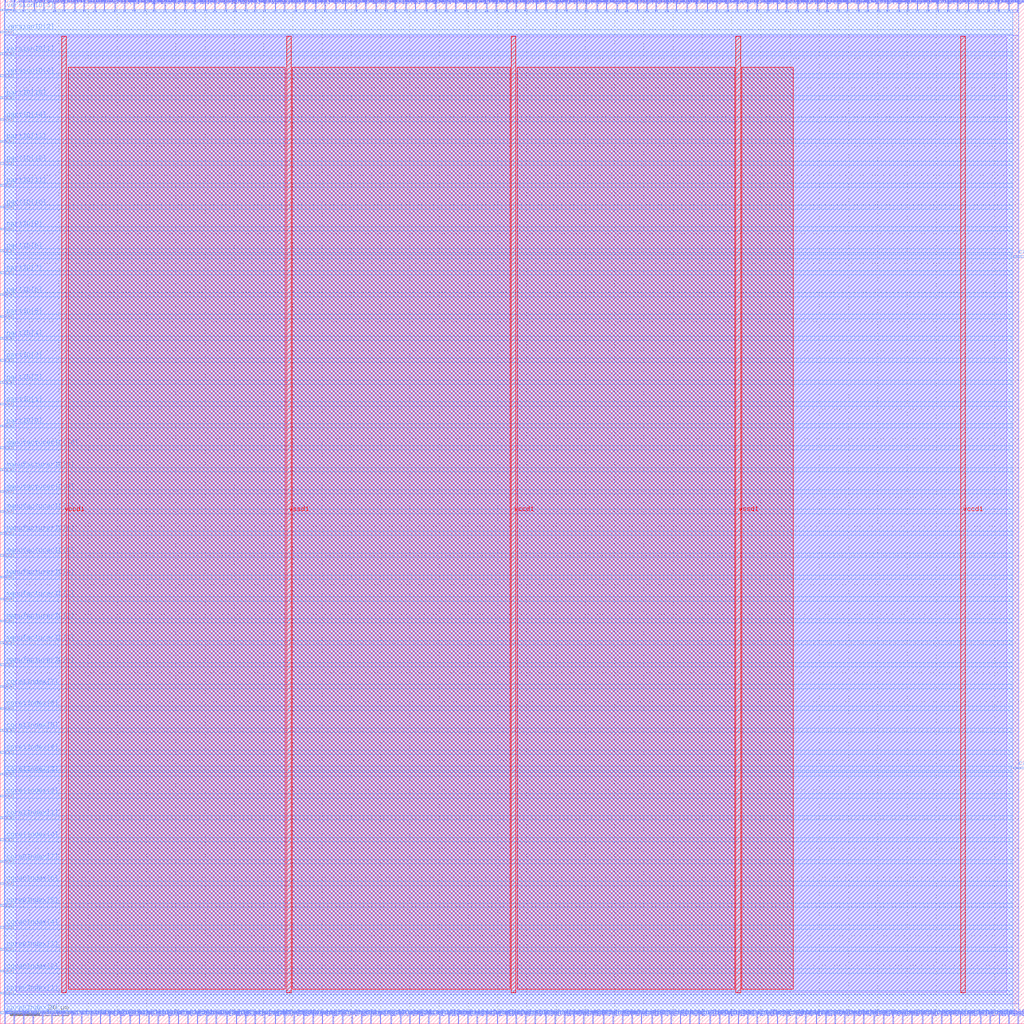
<source format=lef>
VERSION 5.7 ;
  NOWIREEXTENSIONATPIN ON ;
  DIVIDERCHAR "/" ;
  BUSBITCHARS "[]" ;
MACRO CaravelHost
  CLASS BLOCK ;
  FOREIGN CaravelHost ;
  ORIGIN 0.000 0.000 ;
  SIZE 350.000 BY 350.000 ;
  PIN caravel_uart_rx
    DIRECTION INPUT ;
    USE SIGNAL ;
    PORT
      LAYER met3 ;
        RECT 346.000 87.080 350.000 87.680 ;
    END
  END caravel_uart_rx
  PIN caravel_uart_tx
    DIRECTION OUTPUT TRISTATE ;
    USE SIGNAL ;
    PORT
      LAYER met3 ;
        RECT 346.000 261.840 350.000 262.440 ;
    END
  END caravel_uart_tx
  PIN caravel_wb_ack_i
    DIRECTION INPUT ;
    USE SIGNAL ;
    PORT
      LAYER met2 ;
        RECT 1.470 346.000 1.750 350.000 ;
    END
  END caravel_wb_ack_i
  PIN caravel_wb_adr_o[0]
    DIRECTION OUTPUT TRISTATE ;
    USE SIGNAL ;
    PORT
      LAYER met2 ;
        RECT 21.710 346.000 21.990 350.000 ;
    END
  END caravel_wb_adr_o[0]
  PIN caravel_wb_adr_o[10]
    DIRECTION OUTPUT TRISTATE ;
    USE SIGNAL ;
    PORT
      LAYER met2 ;
        RECT 138.550 346.000 138.830 350.000 ;
    END
  END caravel_wb_adr_o[10]
  PIN caravel_wb_adr_o[11]
    DIRECTION OUTPUT TRISTATE ;
    USE SIGNAL ;
    PORT
      LAYER met2 ;
        RECT 148.670 346.000 148.950 350.000 ;
    END
  END caravel_wb_adr_o[11]
  PIN caravel_wb_adr_o[12]
    DIRECTION OUTPUT TRISTATE ;
    USE SIGNAL ;
    PORT
      LAYER met2 ;
        RECT 159.250 346.000 159.530 350.000 ;
    END
  END caravel_wb_adr_o[12]
  PIN caravel_wb_adr_o[13]
    DIRECTION OUTPUT TRISTATE ;
    USE SIGNAL ;
    PORT
      LAYER met2 ;
        RECT 169.370 346.000 169.650 350.000 ;
    END
  END caravel_wb_adr_o[13]
  PIN caravel_wb_adr_o[14]
    DIRECTION OUTPUT TRISTATE ;
    USE SIGNAL ;
    PORT
      LAYER met2 ;
        RECT 179.490 346.000 179.770 350.000 ;
    END
  END caravel_wb_adr_o[14]
  PIN caravel_wb_adr_o[15]
    DIRECTION OUTPUT TRISTATE ;
    USE SIGNAL ;
    PORT
      LAYER met2 ;
        RECT 190.070 346.000 190.350 350.000 ;
    END
  END caravel_wb_adr_o[15]
  PIN caravel_wb_adr_o[16]
    DIRECTION OUTPUT TRISTATE ;
    USE SIGNAL ;
    PORT
      LAYER met2 ;
        RECT 200.190 346.000 200.470 350.000 ;
    END
  END caravel_wb_adr_o[16]
  PIN caravel_wb_adr_o[17]
    DIRECTION OUTPUT TRISTATE ;
    USE SIGNAL ;
    PORT
      LAYER met2 ;
        RECT 210.770 346.000 211.050 350.000 ;
    END
  END caravel_wb_adr_o[17]
  PIN caravel_wb_adr_o[18]
    DIRECTION OUTPUT TRISTATE ;
    USE SIGNAL ;
    PORT
      LAYER met2 ;
        RECT 220.890 346.000 221.170 350.000 ;
    END
  END caravel_wb_adr_o[18]
  PIN caravel_wb_adr_o[19]
    DIRECTION OUTPUT TRISTATE ;
    USE SIGNAL ;
    PORT
      LAYER met2 ;
        RECT 231.010 346.000 231.290 350.000 ;
    END
  END caravel_wb_adr_o[19]
  PIN caravel_wb_adr_o[1]
    DIRECTION OUTPUT TRISTATE ;
    USE SIGNAL ;
    PORT
      LAYER met2 ;
        RECT 35.510 346.000 35.790 350.000 ;
    END
  END caravel_wb_adr_o[1]
  PIN caravel_wb_adr_o[20]
    DIRECTION OUTPUT TRISTATE ;
    USE SIGNAL ;
    PORT
      LAYER met2 ;
        RECT 241.590 346.000 241.870 350.000 ;
    END
  END caravel_wb_adr_o[20]
  PIN caravel_wb_adr_o[21]
    DIRECTION OUTPUT TRISTATE ;
    USE SIGNAL ;
    PORT
      LAYER met2 ;
        RECT 251.710 346.000 251.990 350.000 ;
    END
  END caravel_wb_adr_o[21]
  PIN caravel_wb_adr_o[22]
    DIRECTION OUTPUT TRISTATE ;
    USE SIGNAL ;
    PORT
      LAYER met2 ;
        RECT 262.290 346.000 262.570 350.000 ;
    END
  END caravel_wb_adr_o[22]
  PIN caravel_wb_adr_o[23]
    DIRECTION OUTPUT TRISTATE ;
    USE SIGNAL ;
    PORT
      LAYER met2 ;
        RECT 272.410 346.000 272.690 350.000 ;
    END
  END caravel_wb_adr_o[23]
  PIN caravel_wb_adr_o[24]
    DIRECTION OUTPUT TRISTATE ;
    USE SIGNAL ;
    PORT
      LAYER met2 ;
        RECT 282.530 346.000 282.810 350.000 ;
    END
  END caravel_wb_adr_o[24]
  PIN caravel_wb_adr_o[25]
    DIRECTION OUTPUT TRISTATE ;
    USE SIGNAL ;
    PORT
      LAYER met2 ;
        RECT 293.110 346.000 293.390 350.000 ;
    END
  END caravel_wb_adr_o[25]
  PIN caravel_wb_adr_o[26]
    DIRECTION OUTPUT TRISTATE ;
    USE SIGNAL ;
    PORT
      LAYER met2 ;
        RECT 303.230 346.000 303.510 350.000 ;
    END
  END caravel_wb_adr_o[26]
  PIN caravel_wb_adr_o[27]
    DIRECTION OUTPUT TRISTATE ;
    USE SIGNAL ;
    PORT
      LAYER met2 ;
        RECT 313.350 346.000 313.630 350.000 ;
    END
  END caravel_wb_adr_o[27]
  PIN caravel_wb_adr_o[2]
    DIRECTION OUTPUT TRISTATE ;
    USE SIGNAL ;
    PORT
      LAYER met2 ;
        RECT 49.310 346.000 49.590 350.000 ;
    END
  END caravel_wb_adr_o[2]
  PIN caravel_wb_adr_o[3]
    DIRECTION OUTPUT TRISTATE ;
    USE SIGNAL ;
    PORT
      LAYER met2 ;
        RECT 63.110 346.000 63.390 350.000 ;
    END
  END caravel_wb_adr_o[3]
  PIN caravel_wb_adr_o[4]
    DIRECTION OUTPUT TRISTATE ;
    USE SIGNAL ;
    PORT
      LAYER met2 ;
        RECT 76.910 346.000 77.190 350.000 ;
    END
  END caravel_wb_adr_o[4]
  PIN caravel_wb_adr_o[5]
    DIRECTION OUTPUT TRISTATE ;
    USE SIGNAL ;
    PORT
      LAYER met2 ;
        RECT 87.030 346.000 87.310 350.000 ;
    END
  END caravel_wb_adr_o[5]
  PIN caravel_wb_adr_o[6]
    DIRECTION OUTPUT TRISTATE ;
    USE SIGNAL ;
    PORT
      LAYER met2 ;
        RECT 97.150 346.000 97.430 350.000 ;
    END
  END caravel_wb_adr_o[6]
  PIN caravel_wb_adr_o[7]
    DIRECTION OUTPUT TRISTATE ;
    USE SIGNAL ;
    PORT
      LAYER met2 ;
        RECT 107.730 346.000 108.010 350.000 ;
    END
  END caravel_wb_adr_o[7]
  PIN caravel_wb_adr_o[8]
    DIRECTION OUTPUT TRISTATE ;
    USE SIGNAL ;
    PORT
      LAYER met2 ;
        RECT 117.850 346.000 118.130 350.000 ;
    END
  END caravel_wb_adr_o[8]
  PIN caravel_wb_adr_o[9]
    DIRECTION OUTPUT TRISTATE ;
    USE SIGNAL ;
    PORT
      LAYER met2 ;
        RECT 128.430 346.000 128.710 350.000 ;
    END
  END caravel_wb_adr_o[9]
  PIN caravel_wb_cyc_o
    DIRECTION OUTPUT TRISTATE ;
    USE SIGNAL ;
    PORT
      LAYER met2 ;
        RECT 4.690 346.000 4.970 350.000 ;
    END
  END caravel_wb_cyc_o
  PIN caravel_wb_data_i[0]
    DIRECTION INPUT ;
    USE SIGNAL ;
    PORT
      LAYER met2 ;
        RECT 25.390 346.000 25.670 350.000 ;
    END
  END caravel_wb_data_i[0]
  PIN caravel_wb_data_i[10]
    DIRECTION INPUT ;
    USE SIGNAL ;
    PORT
      LAYER met2 ;
        RECT 141.770 346.000 142.050 350.000 ;
    END
  END caravel_wb_data_i[10]
  PIN caravel_wb_data_i[11]
    DIRECTION INPUT ;
    USE SIGNAL ;
    PORT
      LAYER met2 ;
        RECT 152.350 346.000 152.630 350.000 ;
    END
  END caravel_wb_data_i[11]
  PIN caravel_wb_data_i[12]
    DIRECTION INPUT ;
    USE SIGNAL ;
    PORT
      LAYER met2 ;
        RECT 162.470 346.000 162.750 350.000 ;
    END
  END caravel_wb_data_i[12]
  PIN caravel_wb_data_i[13]
    DIRECTION INPUT ;
    USE SIGNAL ;
    PORT
      LAYER met2 ;
        RECT 173.050 346.000 173.330 350.000 ;
    END
  END caravel_wb_data_i[13]
  PIN caravel_wb_data_i[14]
    DIRECTION INPUT ;
    USE SIGNAL ;
    PORT
      LAYER met2 ;
        RECT 183.170 346.000 183.450 350.000 ;
    END
  END caravel_wb_data_i[14]
  PIN caravel_wb_data_i[15]
    DIRECTION INPUT ;
    USE SIGNAL ;
    PORT
      LAYER met2 ;
        RECT 193.290 346.000 193.570 350.000 ;
    END
  END caravel_wb_data_i[15]
  PIN caravel_wb_data_i[16]
    DIRECTION INPUT ;
    USE SIGNAL ;
    PORT
      LAYER met2 ;
        RECT 203.870 346.000 204.150 350.000 ;
    END
  END caravel_wb_data_i[16]
  PIN caravel_wb_data_i[17]
    DIRECTION INPUT ;
    USE SIGNAL ;
    PORT
      LAYER met2 ;
        RECT 213.990 346.000 214.270 350.000 ;
    END
  END caravel_wb_data_i[17]
  PIN caravel_wb_data_i[18]
    DIRECTION INPUT ;
    USE SIGNAL ;
    PORT
      LAYER met2 ;
        RECT 224.110 346.000 224.390 350.000 ;
    END
  END caravel_wb_data_i[18]
  PIN caravel_wb_data_i[19]
    DIRECTION INPUT ;
    USE SIGNAL ;
    PORT
      LAYER met2 ;
        RECT 234.690 346.000 234.970 350.000 ;
    END
  END caravel_wb_data_i[19]
  PIN caravel_wb_data_i[1]
    DIRECTION INPUT ;
    USE SIGNAL ;
    PORT
      LAYER met2 ;
        RECT 39.190 346.000 39.470 350.000 ;
    END
  END caravel_wb_data_i[1]
  PIN caravel_wb_data_i[20]
    DIRECTION INPUT ;
    USE SIGNAL ;
    PORT
      LAYER met2 ;
        RECT 244.810 346.000 245.090 350.000 ;
    END
  END caravel_wb_data_i[20]
  PIN caravel_wb_data_i[21]
    DIRECTION INPUT ;
    USE SIGNAL ;
    PORT
      LAYER met2 ;
        RECT 255.390 346.000 255.670 350.000 ;
    END
  END caravel_wb_data_i[21]
  PIN caravel_wb_data_i[22]
    DIRECTION INPUT ;
    USE SIGNAL ;
    PORT
      LAYER met2 ;
        RECT 265.510 346.000 265.790 350.000 ;
    END
  END caravel_wb_data_i[22]
  PIN caravel_wb_data_i[23]
    DIRECTION INPUT ;
    USE SIGNAL ;
    PORT
      LAYER met2 ;
        RECT 275.630 346.000 275.910 350.000 ;
    END
  END caravel_wb_data_i[23]
  PIN caravel_wb_data_i[24]
    DIRECTION INPUT ;
    USE SIGNAL ;
    PORT
      LAYER met2 ;
        RECT 286.210 346.000 286.490 350.000 ;
    END
  END caravel_wb_data_i[24]
  PIN caravel_wb_data_i[25]
    DIRECTION INPUT ;
    USE SIGNAL ;
    PORT
      LAYER met2 ;
        RECT 296.330 346.000 296.610 350.000 ;
    END
  END caravel_wb_data_i[25]
  PIN caravel_wb_data_i[26]
    DIRECTION INPUT ;
    USE SIGNAL ;
    PORT
      LAYER met2 ;
        RECT 306.910 346.000 307.190 350.000 ;
    END
  END caravel_wb_data_i[26]
  PIN caravel_wb_data_i[27]
    DIRECTION INPUT ;
    USE SIGNAL ;
    PORT
      LAYER met2 ;
        RECT 317.030 346.000 317.310 350.000 ;
    END
  END caravel_wb_data_i[27]
  PIN caravel_wb_data_i[28]
    DIRECTION INPUT ;
    USE SIGNAL ;
    PORT
      LAYER met2 ;
        RECT 323.930 346.000 324.210 350.000 ;
    END
  END caravel_wb_data_i[28]
  PIN caravel_wb_data_i[29]
    DIRECTION INPUT ;
    USE SIGNAL ;
    PORT
      LAYER met2 ;
        RECT 330.830 346.000 331.110 350.000 ;
    END
  END caravel_wb_data_i[29]
  PIN caravel_wb_data_i[2]
    DIRECTION INPUT ;
    USE SIGNAL ;
    PORT
      LAYER met2 ;
        RECT 52.530 346.000 52.810 350.000 ;
    END
  END caravel_wb_data_i[2]
  PIN caravel_wb_data_i[30]
    DIRECTION INPUT ;
    USE SIGNAL ;
    PORT
      LAYER met2 ;
        RECT 337.730 346.000 338.010 350.000 ;
    END
  END caravel_wb_data_i[30]
  PIN caravel_wb_data_i[31]
    DIRECTION INPUT ;
    USE SIGNAL ;
    PORT
      LAYER met2 ;
        RECT 344.630 346.000 344.910 350.000 ;
    END
  END caravel_wb_data_i[31]
  PIN caravel_wb_data_i[3]
    DIRECTION INPUT ;
    USE SIGNAL ;
    PORT
      LAYER met2 ;
        RECT 66.330 346.000 66.610 350.000 ;
    END
  END caravel_wb_data_i[3]
  PIN caravel_wb_data_i[4]
    DIRECTION INPUT ;
    USE SIGNAL ;
    PORT
      LAYER met2 ;
        RECT 80.130 346.000 80.410 350.000 ;
    END
  END caravel_wb_data_i[4]
  PIN caravel_wb_data_i[5]
    DIRECTION INPUT ;
    USE SIGNAL ;
    PORT
      LAYER met2 ;
        RECT 90.250 346.000 90.530 350.000 ;
    END
  END caravel_wb_data_i[5]
  PIN caravel_wb_data_i[6]
    DIRECTION INPUT ;
    USE SIGNAL ;
    PORT
      LAYER met2 ;
        RECT 100.830 346.000 101.110 350.000 ;
    END
  END caravel_wb_data_i[6]
  PIN caravel_wb_data_i[7]
    DIRECTION INPUT ;
    USE SIGNAL ;
    PORT
      LAYER met2 ;
        RECT 110.950 346.000 111.230 350.000 ;
    END
  END caravel_wb_data_i[7]
  PIN caravel_wb_data_i[8]
    DIRECTION INPUT ;
    USE SIGNAL ;
    PORT
      LAYER met2 ;
        RECT 121.530 346.000 121.810 350.000 ;
    END
  END caravel_wb_data_i[8]
  PIN caravel_wb_data_i[9]
    DIRECTION INPUT ;
    USE SIGNAL ;
    PORT
      LAYER met2 ;
        RECT 131.650 346.000 131.930 350.000 ;
    END
  END caravel_wb_data_i[9]
  PIN caravel_wb_data_o[0]
    DIRECTION OUTPUT TRISTATE ;
    USE SIGNAL ;
    PORT
      LAYER met2 ;
        RECT 28.610 346.000 28.890 350.000 ;
    END
  END caravel_wb_data_o[0]
  PIN caravel_wb_data_o[10]
    DIRECTION OUTPUT TRISTATE ;
    USE SIGNAL ;
    PORT
      LAYER met2 ;
        RECT 145.450 346.000 145.730 350.000 ;
    END
  END caravel_wb_data_o[10]
  PIN caravel_wb_data_o[11]
    DIRECTION OUTPUT TRISTATE ;
    USE SIGNAL ;
    PORT
      LAYER met2 ;
        RECT 155.570 346.000 155.850 350.000 ;
    END
  END caravel_wb_data_o[11]
  PIN caravel_wb_data_o[12]
    DIRECTION OUTPUT TRISTATE ;
    USE SIGNAL ;
    PORT
      LAYER met2 ;
        RECT 166.150 346.000 166.430 350.000 ;
    END
  END caravel_wb_data_o[12]
  PIN caravel_wb_data_o[13]
    DIRECTION OUTPUT TRISTATE ;
    USE SIGNAL ;
    PORT
      LAYER met2 ;
        RECT 176.270 346.000 176.550 350.000 ;
    END
  END caravel_wb_data_o[13]
  PIN caravel_wb_data_o[14]
    DIRECTION OUTPUT TRISTATE ;
    USE SIGNAL ;
    PORT
      LAYER met2 ;
        RECT 186.390 346.000 186.670 350.000 ;
    END
  END caravel_wb_data_o[14]
  PIN caravel_wb_data_o[15]
    DIRECTION OUTPUT TRISTATE ;
    USE SIGNAL ;
    PORT
      LAYER met2 ;
        RECT 196.970 346.000 197.250 350.000 ;
    END
  END caravel_wb_data_o[15]
  PIN caravel_wb_data_o[16]
    DIRECTION OUTPUT TRISTATE ;
    USE SIGNAL ;
    PORT
      LAYER met2 ;
        RECT 207.090 346.000 207.370 350.000 ;
    END
  END caravel_wb_data_o[16]
  PIN caravel_wb_data_o[17]
    DIRECTION OUTPUT TRISTATE ;
    USE SIGNAL ;
    PORT
      LAYER met2 ;
        RECT 217.670 346.000 217.950 350.000 ;
    END
  END caravel_wb_data_o[17]
  PIN caravel_wb_data_o[18]
    DIRECTION OUTPUT TRISTATE ;
    USE SIGNAL ;
    PORT
      LAYER met2 ;
        RECT 227.790 346.000 228.070 350.000 ;
    END
  END caravel_wb_data_o[18]
  PIN caravel_wb_data_o[19]
    DIRECTION OUTPUT TRISTATE ;
    USE SIGNAL ;
    PORT
      LAYER met2 ;
        RECT 237.910 346.000 238.190 350.000 ;
    END
  END caravel_wb_data_o[19]
  PIN caravel_wb_data_o[1]
    DIRECTION OUTPUT TRISTATE ;
    USE SIGNAL ;
    PORT
      LAYER met2 ;
        RECT 42.410 346.000 42.690 350.000 ;
    END
  END caravel_wb_data_o[1]
  PIN caravel_wb_data_o[20]
    DIRECTION OUTPUT TRISTATE ;
    USE SIGNAL ;
    PORT
      LAYER met2 ;
        RECT 248.490 346.000 248.770 350.000 ;
    END
  END caravel_wb_data_o[20]
  PIN caravel_wb_data_o[21]
    DIRECTION OUTPUT TRISTATE ;
    USE SIGNAL ;
    PORT
      LAYER met2 ;
        RECT 258.610 346.000 258.890 350.000 ;
    END
  END caravel_wb_data_o[21]
  PIN caravel_wb_data_o[22]
    DIRECTION OUTPUT TRISTATE ;
    USE SIGNAL ;
    PORT
      LAYER met2 ;
        RECT 268.730 346.000 269.010 350.000 ;
    END
  END caravel_wb_data_o[22]
  PIN caravel_wb_data_o[23]
    DIRECTION OUTPUT TRISTATE ;
    USE SIGNAL ;
    PORT
      LAYER met2 ;
        RECT 279.310 346.000 279.590 350.000 ;
    END
  END caravel_wb_data_o[23]
  PIN caravel_wb_data_o[24]
    DIRECTION OUTPUT TRISTATE ;
    USE SIGNAL ;
    PORT
      LAYER met2 ;
        RECT 289.430 346.000 289.710 350.000 ;
    END
  END caravel_wb_data_o[24]
  PIN caravel_wb_data_o[25]
    DIRECTION OUTPUT TRISTATE ;
    USE SIGNAL ;
    PORT
      LAYER met2 ;
        RECT 300.010 346.000 300.290 350.000 ;
    END
  END caravel_wb_data_o[25]
  PIN caravel_wb_data_o[26]
    DIRECTION OUTPUT TRISTATE ;
    USE SIGNAL ;
    PORT
      LAYER met2 ;
        RECT 310.130 346.000 310.410 350.000 ;
    END
  END caravel_wb_data_o[26]
  PIN caravel_wb_data_o[27]
    DIRECTION OUTPUT TRISTATE ;
    USE SIGNAL ;
    PORT
      LAYER met2 ;
        RECT 320.250 346.000 320.530 350.000 ;
    END
  END caravel_wb_data_o[27]
  PIN caravel_wb_data_o[28]
    DIRECTION OUTPUT TRISTATE ;
    USE SIGNAL ;
    PORT
      LAYER met2 ;
        RECT 327.150 346.000 327.430 350.000 ;
    END
  END caravel_wb_data_o[28]
  PIN caravel_wb_data_o[29]
    DIRECTION OUTPUT TRISTATE ;
    USE SIGNAL ;
    PORT
      LAYER met2 ;
        RECT 334.050 346.000 334.330 350.000 ;
    END
  END caravel_wb_data_o[29]
  PIN caravel_wb_data_o[2]
    DIRECTION OUTPUT TRISTATE ;
    USE SIGNAL ;
    PORT
      LAYER met2 ;
        RECT 56.210 346.000 56.490 350.000 ;
    END
  END caravel_wb_data_o[2]
  PIN caravel_wb_data_o[30]
    DIRECTION OUTPUT TRISTATE ;
    USE SIGNAL ;
    PORT
      LAYER met2 ;
        RECT 340.950 346.000 341.230 350.000 ;
    END
  END caravel_wb_data_o[30]
  PIN caravel_wb_data_o[31]
    DIRECTION OUTPUT TRISTATE ;
    USE SIGNAL ;
    PORT
      LAYER met2 ;
        RECT 347.850 346.000 348.130 350.000 ;
    END
  END caravel_wb_data_o[31]
  PIN caravel_wb_data_o[3]
    DIRECTION OUTPUT TRISTATE ;
    USE SIGNAL ;
    PORT
      LAYER met2 ;
        RECT 70.010 346.000 70.290 350.000 ;
    END
  END caravel_wb_data_o[3]
  PIN caravel_wb_data_o[4]
    DIRECTION OUTPUT TRISTATE ;
    USE SIGNAL ;
    PORT
      LAYER met2 ;
        RECT 83.810 346.000 84.090 350.000 ;
    END
  END caravel_wb_data_o[4]
  PIN caravel_wb_data_o[5]
    DIRECTION OUTPUT TRISTATE ;
    USE SIGNAL ;
    PORT
      LAYER met2 ;
        RECT 93.930 346.000 94.210 350.000 ;
    END
  END caravel_wb_data_o[5]
  PIN caravel_wb_data_o[6]
    DIRECTION OUTPUT TRISTATE ;
    USE SIGNAL ;
    PORT
      LAYER met2 ;
        RECT 104.050 346.000 104.330 350.000 ;
    END
  END caravel_wb_data_o[6]
  PIN caravel_wb_data_o[7]
    DIRECTION OUTPUT TRISTATE ;
    USE SIGNAL ;
    PORT
      LAYER met2 ;
        RECT 114.630 346.000 114.910 350.000 ;
    END
  END caravel_wb_data_o[7]
  PIN caravel_wb_data_o[8]
    DIRECTION OUTPUT TRISTATE ;
    USE SIGNAL ;
    PORT
      LAYER met2 ;
        RECT 124.750 346.000 125.030 350.000 ;
    END
  END caravel_wb_data_o[8]
  PIN caravel_wb_data_o[9]
    DIRECTION OUTPUT TRISTATE ;
    USE SIGNAL ;
    PORT
      LAYER met2 ;
        RECT 134.870 346.000 135.150 350.000 ;
    END
  END caravel_wb_data_o[9]
  PIN caravel_wb_error_i
    DIRECTION INPUT ;
    USE SIGNAL ;
    PORT
      LAYER met2 ;
        RECT 7.910 346.000 8.190 350.000 ;
    END
  END caravel_wb_error_i
  PIN caravel_wb_sel_o[0]
    DIRECTION OUTPUT TRISTATE ;
    USE SIGNAL ;
    PORT
      LAYER met2 ;
        RECT 32.290 346.000 32.570 350.000 ;
    END
  END caravel_wb_sel_o[0]
  PIN caravel_wb_sel_o[1]
    DIRECTION OUTPUT TRISTATE ;
    USE SIGNAL ;
    PORT
      LAYER met2 ;
        RECT 45.630 346.000 45.910 350.000 ;
    END
  END caravel_wb_sel_o[1]
  PIN caravel_wb_sel_o[2]
    DIRECTION OUTPUT TRISTATE ;
    USE SIGNAL ;
    PORT
      LAYER met2 ;
        RECT 59.430 346.000 59.710 350.000 ;
    END
  END caravel_wb_sel_o[2]
  PIN caravel_wb_sel_o[3]
    DIRECTION OUTPUT TRISTATE ;
    USE SIGNAL ;
    PORT
      LAYER met2 ;
        RECT 73.230 346.000 73.510 350.000 ;
    END
  END caravel_wb_sel_o[3]
  PIN caravel_wb_stall_i
    DIRECTION INPUT ;
    USE SIGNAL ;
    PORT
      LAYER met2 ;
        RECT 11.590 346.000 11.870 350.000 ;
    END
  END caravel_wb_stall_i
  PIN caravel_wb_stb_o
    DIRECTION OUTPUT TRISTATE ;
    USE SIGNAL ;
    PORT
      LAYER met2 ;
        RECT 14.810 346.000 15.090 350.000 ;
    END
  END caravel_wb_stb_o
  PIN caravel_wb_we_o
    DIRECTION OUTPUT TRISTATE ;
    USE SIGNAL ;
    PORT
      LAYER met2 ;
        RECT 18.490 346.000 18.770 350.000 ;
    END
  END caravel_wb_we_o
  PIN core0Index[0]
    DIRECTION OUTPUT TRISTATE ;
    USE SIGNAL ;
    PORT
      LAYER met3 ;
        RECT 0.000 3.440 4.000 4.040 ;
    END
  END core0Index[0]
  PIN core0Index[1]
    DIRECTION OUTPUT TRISTATE ;
    USE SIGNAL ;
    PORT
      LAYER met3 ;
        RECT 0.000 10.240 4.000 10.840 ;
    END
  END core0Index[1]
  PIN core0Index[2]
    DIRECTION OUTPUT TRISTATE ;
    USE SIGNAL ;
    PORT
      LAYER met3 ;
        RECT 0.000 17.720 4.000 18.320 ;
    END
  END core0Index[2]
  PIN core0Index[3]
    DIRECTION OUTPUT TRISTATE ;
    USE SIGNAL ;
    PORT
      LAYER met3 ;
        RECT 0.000 25.200 4.000 25.800 ;
    END
  END core0Index[3]
  PIN core0Index[4]
    DIRECTION OUTPUT TRISTATE ;
    USE SIGNAL ;
    PORT
      LAYER met3 ;
        RECT 0.000 32.680 4.000 33.280 ;
    END
  END core0Index[4]
  PIN core0Index[5]
    DIRECTION OUTPUT TRISTATE ;
    USE SIGNAL ;
    PORT
      LAYER met3 ;
        RECT 0.000 40.160 4.000 40.760 ;
    END
  END core0Index[5]
  PIN core0Index[6]
    DIRECTION OUTPUT TRISTATE ;
    USE SIGNAL ;
    PORT
      LAYER met3 ;
        RECT 0.000 47.640 4.000 48.240 ;
    END
  END core0Index[6]
  PIN core0Index[7]
    DIRECTION OUTPUT TRISTATE ;
    USE SIGNAL ;
    PORT
      LAYER met3 ;
        RECT 0.000 55.120 4.000 55.720 ;
    END
  END core0Index[7]
  PIN core1Index[0]
    DIRECTION OUTPUT TRISTATE ;
    USE SIGNAL ;
    PORT
      LAYER met3 ;
        RECT 0.000 62.600 4.000 63.200 ;
    END
  END core1Index[0]
  PIN core1Index[1]
    DIRECTION OUTPUT TRISTATE ;
    USE SIGNAL ;
    PORT
      LAYER met3 ;
        RECT 0.000 70.080 4.000 70.680 ;
    END
  END core1Index[1]
  PIN core1Index[2]
    DIRECTION OUTPUT TRISTATE ;
    USE SIGNAL ;
    PORT
      LAYER met3 ;
        RECT 0.000 77.560 4.000 78.160 ;
    END
  END core1Index[2]
  PIN core1Index[3]
    DIRECTION OUTPUT TRISTATE ;
    USE SIGNAL ;
    PORT
      LAYER met3 ;
        RECT 0.000 85.040 4.000 85.640 ;
    END
  END core1Index[3]
  PIN core1Index[4]
    DIRECTION OUTPUT TRISTATE ;
    USE SIGNAL ;
    PORT
      LAYER met3 ;
        RECT 0.000 92.520 4.000 93.120 ;
    END
  END core1Index[4]
  PIN core1Index[5]
    DIRECTION OUTPUT TRISTATE ;
    USE SIGNAL ;
    PORT
      LAYER met3 ;
        RECT 0.000 100.000 4.000 100.600 ;
    END
  END core1Index[5]
  PIN core1Index[6]
    DIRECTION OUTPUT TRISTATE ;
    USE SIGNAL ;
    PORT
      LAYER met3 ;
        RECT 0.000 107.480 4.000 108.080 ;
    END
  END core1Index[6]
  PIN core1Index[7]
    DIRECTION OUTPUT TRISTATE ;
    USE SIGNAL ;
    PORT
      LAYER met3 ;
        RECT 0.000 114.960 4.000 115.560 ;
    END
  END core1Index[7]
  PIN manufacturerID[0]
    DIRECTION OUTPUT TRISTATE ;
    USE SIGNAL ;
    PORT
      LAYER met3 ;
        RECT 0.000 122.440 4.000 123.040 ;
    END
  END manufacturerID[0]
  PIN manufacturerID[10]
    DIRECTION OUTPUT TRISTATE ;
    USE SIGNAL ;
    PORT
      LAYER met3 ;
        RECT 0.000 196.560 4.000 197.160 ;
    END
  END manufacturerID[10]
  PIN manufacturerID[1]
    DIRECTION OUTPUT TRISTATE ;
    USE SIGNAL ;
    PORT
      LAYER met3 ;
        RECT 0.000 129.920 4.000 130.520 ;
    END
  END manufacturerID[1]
  PIN manufacturerID[2]
    DIRECTION OUTPUT TRISTATE ;
    USE SIGNAL ;
    PORT
      LAYER met3 ;
        RECT 0.000 137.400 4.000 138.000 ;
    END
  END manufacturerID[2]
  PIN manufacturerID[3]
    DIRECTION OUTPUT TRISTATE ;
    USE SIGNAL ;
    PORT
      LAYER met3 ;
        RECT 0.000 144.880 4.000 145.480 ;
    END
  END manufacturerID[3]
  PIN manufacturerID[4]
    DIRECTION OUTPUT TRISTATE ;
    USE SIGNAL ;
    PORT
      LAYER met3 ;
        RECT 0.000 152.360 4.000 152.960 ;
    END
  END manufacturerID[4]
  PIN manufacturerID[5]
    DIRECTION OUTPUT TRISTATE ;
    USE SIGNAL ;
    PORT
      LAYER met3 ;
        RECT 0.000 159.840 4.000 160.440 ;
    END
  END manufacturerID[5]
  PIN manufacturerID[6]
    DIRECTION OUTPUT TRISTATE ;
    USE SIGNAL ;
    PORT
      LAYER met3 ;
        RECT 0.000 167.320 4.000 167.920 ;
    END
  END manufacturerID[6]
  PIN manufacturerID[7]
    DIRECTION OUTPUT TRISTATE ;
    USE SIGNAL ;
    PORT
      LAYER met3 ;
        RECT 0.000 174.800 4.000 175.400 ;
    END
  END manufacturerID[7]
  PIN manufacturerID[8]
    DIRECTION OUTPUT TRISTATE ;
    USE SIGNAL ;
    PORT
      LAYER met3 ;
        RECT 0.000 181.600 4.000 182.200 ;
    END
  END manufacturerID[8]
  PIN manufacturerID[9]
    DIRECTION OUTPUT TRISTATE ;
    USE SIGNAL ;
    PORT
      LAYER met3 ;
        RECT 0.000 189.080 4.000 189.680 ;
    END
  END manufacturerID[9]
  PIN partID[0]
    DIRECTION OUTPUT TRISTATE ;
    USE SIGNAL ;
    PORT
      LAYER met3 ;
        RECT 0.000 204.040 4.000 204.640 ;
    END
  END partID[0]
  PIN partID[10]
    DIRECTION OUTPUT TRISTATE ;
    USE SIGNAL ;
    PORT
      LAYER met3 ;
        RECT 0.000 278.840 4.000 279.440 ;
    END
  END partID[10]
  PIN partID[11]
    DIRECTION OUTPUT TRISTATE ;
    USE SIGNAL ;
    PORT
      LAYER met3 ;
        RECT 0.000 286.320 4.000 286.920 ;
    END
  END partID[11]
  PIN partID[12]
    DIRECTION OUTPUT TRISTATE ;
    USE SIGNAL ;
    PORT
      LAYER met3 ;
        RECT 0.000 293.800 4.000 294.400 ;
    END
  END partID[12]
  PIN partID[13]
    DIRECTION OUTPUT TRISTATE ;
    USE SIGNAL ;
    PORT
      LAYER met3 ;
        RECT 0.000 301.280 4.000 301.880 ;
    END
  END partID[13]
  PIN partID[14]
    DIRECTION OUTPUT TRISTATE ;
    USE SIGNAL ;
    PORT
      LAYER met3 ;
        RECT 0.000 308.760 4.000 309.360 ;
    END
  END partID[14]
  PIN partID[15]
    DIRECTION OUTPUT TRISTATE ;
    USE SIGNAL ;
    PORT
      LAYER met3 ;
        RECT 0.000 316.240 4.000 316.840 ;
    END
  END partID[15]
  PIN partID[1]
    DIRECTION OUTPUT TRISTATE ;
    USE SIGNAL ;
    PORT
      LAYER met3 ;
        RECT 0.000 211.520 4.000 212.120 ;
    END
  END partID[1]
  PIN partID[2]
    DIRECTION OUTPUT TRISTATE ;
    USE SIGNAL ;
    PORT
      LAYER met3 ;
        RECT 0.000 219.000 4.000 219.600 ;
    END
  END partID[2]
  PIN partID[3]
    DIRECTION OUTPUT TRISTATE ;
    USE SIGNAL ;
    PORT
      LAYER met3 ;
        RECT 0.000 226.480 4.000 227.080 ;
    END
  END partID[3]
  PIN partID[4]
    DIRECTION OUTPUT TRISTATE ;
    USE SIGNAL ;
    PORT
      LAYER met3 ;
        RECT 0.000 233.960 4.000 234.560 ;
    END
  END partID[4]
  PIN partID[5]
    DIRECTION OUTPUT TRISTATE ;
    USE SIGNAL ;
    PORT
      LAYER met3 ;
        RECT 0.000 241.440 4.000 242.040 ;
    END
  END partID[5]
  PIN partID[6]
    DIRECTION OUTPUT TRISTATE ;
    USE SIGNAL ;
    PORT
      LAYER met3 ;
        RECT 0.000 248.920 4.000 249.520 ;
    END
  END partID[6]
  PIN partID[7]
    DIRECTION OUTPUT TRISTATE ;
    USE SIGNAL ;
    PORT
      LAYER met3 ;
        RECT 0.000 256.400 4.000 257.000 ;
    END
  END partID[7]
  PIN partID[8]
    DIRECTION OUTPUT TRISTATE ;
    USE SIGNAL ;
    PORT
      LAYER met3 ;
        RECT 0.000 263.880 4.000 264.480 ;
    END
  END partID[8]
  PIN partID[9]
    DIRECTION OUTPUT TRISTATE ;
    USE SIGNAL ;
    PORT
      LAYER met3 ;
        RECT 0.000 271.360 4.000 271.960 ;
    END
  END partID[9]
  PIN vccd1
    DIRECTION INPUT ;
    USE POWER ;
    PORT
      LAYER met4 ;
        RECT 21.040 10.640 22.640 337.520 ;
    END
    PORT
      LAYER met4 ;
        RECT 174.640 10.640 176.240 337.520 ;
    END
    PORT
      LAYER met4 ;
        RECT 328.240 10.640 329.840 337.520 ;
    END
  END vccd1
  PIN versionID[0]
    DIRECTION OUTPUT TRISTATE ;
    USE SIGNAL ;
    PORT
      LAYER met3 ;
        RECT 0.000 323.720 4.000 324.320 ;
    END
  END versionID[0]
  PIN versionID[1]
    DIRECTION OUTPUT TRISTATE ;
    USE SIGNAL ;
    PORT
      LAYER met3 ;
        RECT 0.000 331.200 4.000 331.800 ;
    END
  END versionID[1]
  PIN versionID[2]
    DIRECTION OUTPUT TRISTATE ;
    USE SIGNAL ;
    PORT
      LAYER met3 ;
        RECT 0.000 338.680 4.000 339.280 ;
    END
  END versionID[2]
  PIN versionID[3]
    DIRECTION OUTPUT TRISTATE ;
    USE SIGNAL ;
    PORT
      LAYER met3 ;
        RECT 0.000 346.160 4.000 346.760 ;
    END
  END versionID[3]
  PIN vssd1
    DIRECTION INPUT ;
    USE GROUND ;
    PORT
      LAYER met4 ;
        RECT 97.840 10.640 99.440 337.520 ;
    END
    PORT
      LAYER met4 ;
        RECT 251.440 10.640 253.040 337.520 ;
    END
  END vssd1
  PIN wb_clk_i
    DIRECTION INPUT ;
    USE SIGNAL ;
    PORT
      LAYER met2 ;
        RECT 1.470 0.000 1.750 4.000 ;
    END
  END wb_clk_i
  PIN wb_rst_i
    DIRECTION INPUT ;
    USE SIGNAL ;
    PORT
      LAYER met2 ;
        RECT 4.690 0.000 4.970 4.000 ;
    END
  END wb_rst_i
  PIN wbs_ack_o
    DIRECTION OUTPUT TRISTATE ;
    USE SIGNAL ;
    PORT
      LAYER met2 ;
        RECT 7.910 0.000 8.190 4.000 ;
    END
  END wbs_ack_o
  PIN wbs_adr_i[0]
    DIRECTION INPUT ;
    USE SIGNAL ;
    PORT
      LAYER met2 ;
        RECT 21.250 0.000 21.530 4.000 ;
    END
  END wbs_adr_i[0]
  PIN wbs_adr_i[10]
    DIRECTION INPUT ;
    USE SIGNAL ;
    PORT
      LAYER met2 ;
        RECT 133.490 0.000 133.770 4.000 ;
    END
  END wbs_adr_i[10]
  PIN wbs_adr_i[11]
    DIRECTION INPUT ;
    USE SIGNAL ;
    PORT
      LAYER met2 ;
        RECT 143.150 0.000 143.430 4.000 ;
    END
  END wbs_adr_i[11]
  PIN wbs_adr_i[12]
    DIRECTION INPUT ;
    USE SIGNAL ;
    PORT
      LAYER met2 ;
        RECT 153.270 0.000 153.550 4.000 ;
    END
  END wbs_adr_i[12]
  PIN wbs_adr_i[13]
    DIRECTION INPUT ;
    USE SIGNAL ;
    PORT
      LAYER met2 ;
        RECT 162.930 0.000 163.210 4.000 ;
    END
  END wbs_adr_i[13]
  PIN wbs_adr_i[14]
    DIRECTION INPUT ;
    USE SIGNAL ;
    PORT
      LAYER met2 ;
        RECT 173.050 0.000 173.330 4.000 ;
    END
  END wbs_adr_i[14]
  PIN wbs_adr_i[15]
    DIRECTION INPUT ;
    USE SIGNAL ;
    PORT
      LAYER met2 ;
        RECT 182.710 0.000 182.990 4.000 ;
    END
  END wbs_adr_i[15]
  PIN wbs_adr_i[16]
    DIRECTION INPUT ;
    USE SIGNAL ;
    PORT
      LAYER met2 ;
        RECT 192.830 0.000 193.110 4.000 ;
    END
  END wbs_adr_i[16]
  PIN wbs_adr_i[17]
    DIRECTION INPUT ;
    USE SIGNAL ;
    PORT
      LAYER met2 ;
        RECT 202.490 0.000 202.770 4.000 ;
    END
  END wbs_adr_i[17]
  PIN wbs_adr_i[18]
    DIRECTION INPUT ;
    USE SIGNAL ;
    PORT
      LAYER met2 ;
        RECT 212.610 0.000 212.890 4.000 ;
    END
  END wbs_adr_i[18]
  PIN wbs_adr_i[19]
    DIRECTION INPUT ;
    USE SIGNAL ;
    PORT
      LAYER met2 ;
        RECT 222.730 0.000 223.010 4.000 ;
    END
  END wbs_adr_i[19]
  PIN wbs_adr_i[1]
    DIRECTION INPUT ;
    USE SIGNAL ;
    PORT
      LAYER met2 ;
        RECT 34.130 0.000 34.410 4.000 ;
    END
  END wbs_adr_i[1]
  PIN wbs_adr_i[20]
    DIRECTION INPUT ;
    USE SIGNAL ;
    PORT
      LAYER met2 ;
        RECT 232.390 0.000 232.670 4.000 ;
    END
  END wbs_adr_i[20]
  PIN wbs_adr_i[21]
    DIRECTION INPUT ;
    USE SIGNAL ;
    PORT
      LAYER met2 ;
        RECT 242.510 0.000 242.790 4.000 ;
    END
  END wbs_adr_i[21]
  PIN wbs_adr_i[22]
    DIRECTION INPUT ;
    USE SIGNAL ;
    PORT
      LAYER met2 ;
        RECT 252.170 0.000 252.450 4.000 ;
    END
  END wbs_adr_i[22]
  PIN wbs_adr_i[23]
    DIRECTION INPUT ;
    USE SIGNAL ;
    PORT
      LAYER met2 ;
        RECT 262.290 0.000 262.570 4.000 ;
    END
  END wbs_adr_i[23]
  PIN wbs_adr_i[24]
    DIRECTION INPUT ;
    USE SIGNAL ;
    PORT
      LAYER met2 ;
        RECT 271.950 0.000 272.230 4.000 ;
    END
  END wbs_adr_i[24]
  PIN wbs_adr_i[25]
    DIRECTION INPUT ;
    USE SIGNAL ;
    PORT
      LAYER met2 ;
        RECT 282.070 0.000 282.350 4.000 ;
    END
  END wbs_adr_i[25]
  PIN wbs_adr_i[26]
    DIRECTION INPUT ;
    USE SIGNAL ;
    PORT
      LAYER met2 ;
        RECT 291.730 0.000 292.010 4.000 ;
    END
  END wbs_adr_i[26]
  PIN wbs_adr_i[27]
    DIRECTION INPUT ;
    USE SIGNAL ;
    PORT
      LAYER met2 ;
        RECT 301.850 0.000 302.130 4.000 ;
    END
  END wbs_adr_i[27]
  PIN wbs_adr_i[28]
    DIRECTION INPUT ;
    USE SIGNAL ;
    PORT
      LAYER met2 ;
        RECT 311.510 0.000 311.790 4.000 ;
    END
  END wbs_adr_i[28]
  PIN wbs_adr_i[29]
    DIRECTION INPUT ;
    USE SIGNAL ;
    PORT
      LAYER met2 ;
        RECT 321.630 0.000 321.910 4.000 ;
    END
  END wbs_adr_i[29]
  PIN wbs_adr_i[2]
    DIRECTION INPUT ;
    USE SIGNAL ;
    PORT
      LAYER met2 ;
        RECT 47.470 0.000 47.750 4.000 ;
    END
  END wbs_adr_i[2]
  PIN wbs_adr_i[30]
    DIRECTION INPUT ;
    USE SIGNAL ;
    PORT
      LAYER met2 ;
        RECT 331.290 0.000 331.570 4.000 ;
    END
  END wbs_adr_i[30]
  PIN wbs_adr_i[31]
    DIRECTION INPUT ;
    USE SIGNAL ;
    PORT
      LAYER met2 ;
        RECT 341.410 0.000 341.690 4.000 ;
    END
  END wbs_adr_i[31]
  PIN wbs_adr_i[3]
    DIRECTION INPUT ;
    USE SIGNAL ;
    PORT
      LAYER met2 ;
        RECT 60.810 0.000 61.090 4.000 ;
    END
  END wbs_adr_i[3]
  PIN wbs_adr_i[4]
    DIRECTION INPUT ;
    USE SIGNAL ;
    PORT
      LAYER met2 ;
        RECT 73.690 0.000 73.970 4.000 ;
    END
  END wbs_adr_i[4]
  PIN wbs_adr_i[5]
    DIRECTION INPUT ;
    USE SIGNAL ;
    PORT
      LAYER met2 ;
        RECT 83.810 0.000 84.090 4.000 ;
    END
  END wbs_adr_i[5]
  PIN wbs_adr_i[6]
    DIRECTION INPUT ;
    USE SIGNAL ;
    PORT
      LAYER met2 ;
        RECT 93.930 0.000 94.210 4.000 ;
    END
  END wbs_adr_i[6]
  PIN wbs_adr_i[7]
    DIRECTION INPUT ;
    USE SIGNAL ;
    PORT
      LAYER met2 ;
        RECT 103.590 0.000 103.870 4.000 ;
    END
  END wbs_adr_i[7]
  PIN wbs_adr_i[8]
    DIRECTION INPUT ;
    USE SIGNAL ;
    PORT
      LAYER met2 ;
        RECT 113.710 0.000 113.990 4.000 ;
    END
  END wbs_adr_i[8]
  PIN wbs_adr_i[9]
    DIRECTION INPUT ;
    USE SIGNAL ;
    PORT
      LAYER met2 ;
        RECT 123.370 0.000 123.650 4.000 ;
    END
  END wbs_adr_i[9]
  PIN wbs_cyc_i
    DIRECTION INPUT ;
    USE SIGNAL ;
    PORT
      LAYER met2 ;
        RECT 11.130 0.000 11.410 4.000 ;
    END
  END wbs_cyc_i
  PIN wbs_data_i[0]
    DIRECTION INPUT ;
    USE SIGNAL ;
    PORT
      LAYER met2 ;
        RECT 24.470 0.000 24.750 4.000 ;
    END
  END wbs_data_i[0]
  PIN wbs_data_i[10]
    DIRECTION INPUT ;
    USE SIGNAL ;
    PORT
      LAYER met2 ;
        RECT 136.710 0.000 136.990 4.000 ;
    END
  END wbs_data_i[10]
  PIN wbs_data_i[11]
    DIRECTION INPUT ;
    USE SIGNAL ;
    PORT
      LAYER met2 ;
        RECT 146.370 0.000 146.650 4.000 ;
    END
  END wbs_data_i[11]
  PIN wbs_data_i[12]
    DIRECTION INPUT ;
    USE SIGNAL ;
    PORT
      LAYER met2 ;
        RECT 156.490 0.000 156.770 4.000 ;
    END
  END wbs_data_i[12]
  PIN wbs_data_i[13]
    DIRECTION INPUT ;
    USE SIGNAL ;
    PORT
      LAYER met2 ;
        RECT 166.150 0.000 166.430 4.000 ;
    END
  END wbs_data_i[13]
  PIN wbs_data_i[14]
    DIRECTION INPUT ;
    USE SIGNAL ;
    PORT
      LAYER met2 ;
        RECT 176.270 0.000 176.550 4.000 ;
    END
  END wbs_data_i[14]
  PIN wbs_data_i[15]
    DIRECTION INPUT ;
    USE SIGNAL ;
    PORT
      LAYER met2 ;
        RECT 186.390 0.000 186.670 4.000 ;
    END
  END wbs_data_i[15]
  PIN wbs_data_i[16]
    DIRECTION INPUT ;
    USE SIGNAL ;
    PORT
      LAYER met2 ;
        RECT 196.050 0.000 196.330 4.000 ;
    END
  END wbs_data_i[16]
  PIN wbs_data_i[17]
    DIRECTION INPUT ;
    USE SIGNAL ;
    PORT
      LAYER met2 ;
        RECT 206.170 0.000 206.450 4.000 ;
    END
  END wbs_data_i[17]
  PIN wbs_data_i[18]
    DIRECTION INPUT ;
    USE SIGNAL ;
    PORT
      LAYER met2 ;
        RECT 215.830 0.000 216.110 4.000 ;
    END
  END wbs_data_i[18]
  PIN wbs_data_i[19]
    DIRECTION INPUT ;
    USE SIGNAL ;
    PORT
      LAYER met2 ;
        RECT 225.950 0.000 226.230 4.000 ;
    END
  END wbs_data_i[19]
  PIN wbs_data_i[1]
    DIRECTION INPUT ;
    USE SIGNAL ;
    PORT
      LAYER met2 ;
        RECT 37.350 0.000 37.630 4.000 ;
    END
  END wbs_data_i[1]
  PIN wbs_data_i[20]
    DIRECTION INPUT ;
    USE SIGNAL ;
    PORT
      LAYER met2 ;
        RECT 235.610 0.000 235.890 4.000 ;
    END
  END wbs_data_i[20]
  PIN wbs_data_i[21]
    DIRECTION INPUT ;
    USE SIGNAL ;
    PORT
      LAYER met2 ;
        RECT 245.730 0.000 246.010 4.000 ;
    END
  END wbs_data_i[21]
  PIN wbs_data_i[22]
    DIRECTION INPUT ;
    USE SIGNAL ;
    PORT
      LAYER met2 ;
        RECT 255.390 0.000 255.670 4.000 ;
    END
  END wbs_data_i[22]
  PIN wbs_data_i[23]
    DIRECTION INPUT ;
    USE SIGNAL ;
    PORT
      LAYER met2 ;
        RECT 265.510 0.000 265.790 4.000 ;
    END
  END wbs_data_i[23]
  PIN wbs_data_i[24]
    DIRECTION INPUT ;
    USE SIGNAL ;
    PORT
      LAYER met2 ;
        RECT 275.170 0.000 275.450 4.000 ;
    END
  END wbs_data_i[24]
  PIN wbs_data_i[25]
    DIRECTION INPUT ;
    USE SIGNAL ;
    PORT
      LAYER met2 ;
        RECT 285.290 0.000 285.570 4.000 ;
    END
  END wbs_data_i[25]
  PIN wbs_data_i[26]
    DIRECTION INPUT ;
    USE SIGNAL ;
    PORT
      LAYER met2 ;
        RECT 294.950 0.000 295.230 4.000 ;
    END
  END wbs_data_i[26]
  PIN wbs_data_i[27]
    DIRECTION INPUT ;
    USE SIGNAL ;
    PORT
      LAYER met2 ;
        RECT 305.070 0.000 305.350 4.000 ;
    END
  END wbs_data_i[27]
  PIN wbs_data_i[28]
    DIRECTION INPUT ;
    USE SIGNAL ;
    PORT
      LAYER met2 ;
        RECT 315.190 0.000 315.470 4.000 ;
    END
  END wbs_data_i[28]
  PIN wbs_data_i[29]
    DIRECTION INPUT ;
    USE SIGNAL ;
    PORT
      LAYER met2 ;
        RECT 324.850 0.000 325.130 4.000 ;
    END
  END wbs_data_i[29]
  PIN wbs_data_i[2]
    DIRECTION INPUT ;
    USE SIGNAL ;
    PORT
      LAYER met2 ;
        RECT 50.690 0.000 50.970 4.000 ;
    END
  END wbs_data_i[2]
  PIN wbs_data_i[30]
    DIRECTION INPUT ;
    USE SIGNAL ;
    PORT
      LAYER met2 ;
        RECT 334.970 0.000 335.250 4.000 ;
    END
  END wbs_data_i[30]
  PIN wbs_data_i[31]
    DIRECTION INPUT ;
    USE SIGNAL ;
    PORT
      LAYER met2 ;
        RECT 344.630 0.000 344.910 4.000 ;
    END
  END wbs_data_i[31]
  PIN wbs_data_i[3]
    DIRECTION INPUT ;
    USE SIGNAL ;
    PORT
      LAYER met2 ;
        RECT 64.030 0.000 64.310 4.000 ;
    END
  END wbs_data_i[3]
  PIN wbs_data_i[4]
    DIRECTION INPUT ;
    USE SIGNAL ;
    PORT
      LAYER met2 ;
        RECT 77.370 0.000 77.650 4.000 ;
    END
  END wbs_data_i[4]
  PIN wbs_data_i[5]
    DIRECTION INPUT ;
    USE SIGNAL ;
    PORT
      LAYER met2 ;
        RECT 87.030 0.000 87.310 4.000 ;
    END
  END wbs_data_i[5]
  PIN wbs_data_i[6]
    DIRECTION INPUT ;
    USE SIGNAL ;
    PORT
      LAYER met2 ;
        RECT 97.150 0.000 97.430 4.000 ;
    END
  END wbs_data_i[6]
  PIN wbs_data_i[7]
    DIRECTION INPUT ;
    USE SIGNAL ;
    PORT
      LAYER met2 ;
        RECT 106.810 0.000 107.090 4.000 ;
    END
  END wbs_data_i[7]
  PIN wbs_data_i[8]
    DIRECTION INPUT ;
    USE SIGNAL ;
    PORT
      LAYER met2 ;
        RECT 116.930 0.000 117.210 4.000 ;
    END
  END wbs_data_i[8]
  PIN wbs_data_i[9]
    DIRECTION INPUT ;
    USE SIGNAL ;
    PORT
      LAYER met2 ;
        RECT 126.590 0.000 126.870 4.000 ;
    END
  END wbs_data_i[9]
  PIN wbs_data_o[0]
    DIRECTION OUTPUT TRISTATE ;
    USE SIGNAL ;
    PORT
      LAYER met2 ;
        RECT 27.690 0.000 27.970 4.000 ;
    END
  END wbs_data_o[0]
  PIN wbs_data_o[10]
    DIRECTION OUTPUT TRISTATE ;
    USE SIGNAL ;
    PORT
      LAYER met2 ;
        RECT 139.930 0.000 140.210 4.000 ;
    END
  END wbs_data_o[10]
  PIN wbs_data_o[11]
    DIRECTION OUTPUT TRISTATE ;
    USE SIGNAL ;
    PORT
      LAYER met2 ;
        RECT 150.050 0.000 150.330 4.000 ;
    END
  END wbs_data_o[11]
  PIN wbs_data_o[12]
    DIRECTION OUTPUT TRISTATE ;
    USE SIGNAL ;
    PORT
      LAYER met2 ;
        RECT 159.710 0.000 159.990 4.000 ;
    END
  END wbs_data_o[12]
  PIN wbs_data_o[13]
    DIRECTION OUTPUT TRISTATE ;
    USE SIGNAL ;
    PORT
      LAYER met2 ;
        RECT 169.830 0.000 170.110 4.000 ;
    END
  END wbs_data_o[13]
  PIN wbs_data_o[14]
    DIRECTION OUTPUT TRISTATE ;
    USE SIGNAL ;
    PORT
      LAYER met2 ;
        RECT 179.490 0.000 179.770 4.000 ;
    END
  END wbs_data_o[14]
  PIN wbs_data_o[15]
    DIRECTION OUTPUT TRISTATE ;
    USE SIGNAL ;
    PORT
      LAYER met2 ;
        RECT 189.610 0.000 189.890 4.000 ;
    END
  END wbs_data_o[15]
  PIN wbs_data_o[16]
    DIRECTION OUTPUT TRISTATE ;
    USE SIGNAL ;
    PORT
      LAYER met2 ;
        RECT 199.270 0.000 199.550 4.000 ;
    END
  END wbs_data_o[16]
  PIN wbs_data_o[17]
    DIRECTION OUTPUT TRISTATE ;
    USE SIGNAL ;
    PORT
      LAYER met2 ;
        RECT 209.390 0.000 209.670 4.000 ;
    END
  END wbs_data_o[17]
  PIN wbs_data_o[18]
    DIRECTION OUTPUT TRISTATE ;
    USE SIGNAL ;
    PORT
      LAYER met2 ;
        RECT 219.050 0.000 219.330 4.000 ;
    END
  END wbs_data_o[18]
  PIN wbs_data_o[19]
    DIRECTION OUTPUT TRISTATE ;
    USE SIGNAL ;
    PORT
      LAYER met2 ;
        RECT 229.170 0.000 229.450 4.000 ;
    END
  END wbs_data_o[19]
  PIN wbs_data_o[1]
    DIRECTION OUTPUT TRISTATE ;
    USE SIGNAL ;
    PORT
      LAYER met2 ;
        RECT 41.030 0.000 41.310 4.000 ;
    END
  END wbs_data_o[1]
  PIN wbs_data_o[20]
    DIRECTION OUTPUT TRISTATE ;
    USE SIGNAL ;
    PORT
      LAYER met2 ;
        RECT 238.830 0.000 239.110 4.000 ;
    END
  END wbs_data_o[20]
  PIN wbs_data_o[21]
    DIRECTION OUTPUT TRISTATE ;
    USE SIGNAL ;
    PORT
      LAYER met2 ;
        RECT 248.950 0.000 249.230 4.000 ;
    END
  END wbs_data_o[21]
  PIN wbs_data_o[22]
    DIRECTION OUTPUT TRISTATE ;
    USE SIGNAL ;
    PORT
      LAYER met2 ;
        RECT 258.610 0.000 258.890 4.000 ;
    END
  END wbs_data_o[22]
  PIN wbs_data_o[23]
    DIRECTION OUTPUT TRISTATE ;
    USE SIGNAL ;
    PORT
      LAYER met2 ;
        RECT 268.730 0.000 269.010 4.000 ;
    END
  END wbs_data_o[23]
  PIN wbs_data_o[24]
    DIRECTION OUTPUT TRISTATE ;
    USE SIGNAL ;
    PORT
      LAYER met2 ;
        RECT 278.850 0.000 279.130 4.000 ;
    END
  END wbs_data_o[24]
  PIN wbs_data_o[25]
    DIRECTION OUTPUT TRISTATE ;
    USE SIGNAL ;
    PORT
      LAYER met2 ;
        RECT 288.510 0.000 288.790 4.000 ;
    END
  END wbs_data_o[25]
  PIN wbs_data_o[26]
    DIRECTION OUTPUT TRISTATE ;
    USE SIGNAL ;
    PORT
      LAYER met2 ;
        RECT 298.630 0.000 298.910 4.000 ;
    END
  END wbs_data_o[26]
  PIN wbs_data_o[27]
    DIRECTION OUTPUT TRISTATE ;
    USE SIGNAL ;
    PORT
      LAYER met2 ;
        RECT 308.290 0.000 308.570 4.000 ;
    END
  END wbs_data_o[27]
  PIN wbs_data_o[28]
    DIRECTION OUTPUT TRISTATE ;
    USE SIGNAL ;
    PORT
      LAYER met2 ;
        RECT 318.410 0.000 318.690 4.000 ;
    END
  END wbs_data_o[28]
  PIN wbs_data_o[29]
    DIRECTION OUTPUT TRISTATE ;
    USE SIGNAL ;
    PORT
      LAYER met2 ;
        RECT 328.070 0.000 328.350 4.000 ;
    END
  END wbs_data_o[29]
  PIN wbs_data_o[2]
    DIRECTION OUTPUT TRISTATE ;
    USE SIGNAL ;
    PORT
      LAYER met2 ;
        RECT 53.910 0.000 54.190 4.000 ;
    END
  END wbs_data_o[2]
  PIN wbs_data_o[30]
    DIRECTION OUTPUT TRISTATE ;
    USE SIGNAL ;
    PORT
      LAYER met2 ;
        RECT 338.190 0.000 338.470 4.000 ;
    END
  END wbs_data_o[30]
  PIN wbs_data_o[31]
    DIRECTION OUTPUT TRISTATE ;
    USE SIGNAL ;
    PORT
      LAYER met2 ;
        RECT 347.850 0.000 348.130 4.000 ;
    END
  END wbs_data_o[31]
  PIN wbs_data_o[3]
    DIRECTION OUTPUT TRISTATE ;
    USE SIGNAL ;
    PORT
      LAYER met2 ;
        RECT 67.250 0.000 67.530 4.000 ;
    END
  END wbs_data_o[3]
  PIN wbs_data_o[4]
    DIRECTION OUTPUT TRISTATE ;
    USE SIGNAL ;
    PORT
      LAYER met2 ;
        RECT 80.590 0.000 80.870 4.000 ;
    END
  END wbs_data_o[4]
  PIN wbs_data_o[5]
    DIRECTION OUTPUT TRISTATE ;
    USE SIGNAL ;
    PORT
      LAYER met2 ;
        RECT 90.250 0.000 90.530 4.000 ;
    END
  END wbs_data_o[5]
  PIN wbs_data_o[6]
    DIRECTION OUTPUT TRISTATE ;
    USE SIGNAL ;
    PORT
      LAYER met2 ;
        RECT 100.370 0.000 100.650 4.000 ;
    END
  END wbs_data_o[6]
  PIN wbs_data_o[7]
    DIRECTION OUTPUT TRISTATE ;
    USE SIGNAL ;
    PORT
      LAYER met2 ;
        RECT 110.030 0.000 110.310 4.000 ;
    END
  END wbs_data_o[7]
  PIN wbs_data_o[8]
    DIRECTION OUTPUT TRISTATE ;
    USE SIGNAL ;
    PORT
      LAYER met2 ;
        RECT 120.150 0.000 120.430 4.000 ;
    END
  END wbs_data_o[8]
  PIN wbs_data_o[9]
    DIRECTION OUTPUT TRISTATE ;
    USE SIGNAL ;
    PORT
      LAYER met2 ;
        RECT 129.810 0.000 130.090 4.000 ;
    END
  END wbs_data_o[9]
  PIN wbs_sel_i[0]
    DIRECTION INPUT ;
    USE SIGNAL ;
    PORT
      LAYER met2 ;
        RECT 30.910 0.000 31.190 4.000 ;
    END
  END wbs_sel_i[0]
  PIN wbs_sel_i[1]
    DIRECTION INPUT ;
    USE SIGNAL ;
    PORT
      LAYER met2 ;
        RECT 44.250 0.000 44.530 4.000 ;
    END
  END wbs_sel_i[1]
  PIN wbs_sel_i[2]
    DIRECTION INPUT ;
    USE SIGNAL ;
    PORT
      LAYER met2 ;
        RECT 57.590 0.000 57.870 4.000 ;
    END
  END wbs_sel_i[2]
  PIN wbs_sel_i[3]
    DIRECTION INPUT ;
    USE SIGNAL ;
    PORT
      LAYER met2 ;
        RECT 70.470 0.000 70.750 4.000 ;
    END
  END wbs_sel_i[3]
  PIN wbs_stb_i
    DIRECTION INPUT ;
    USE SIGNAL ;
    PORT
      LAYER met2 ;
        RECT 14.350 0.000 14.630 4.000 ;
    END
  END wbs_stb_i
  PIN wbs_we_i
    DIRECTION INPUT ;
    USE SIGNAL ;
    PORT
      LAYER met2 ;
        RECT 17.570 0.000 17.850 4.000 ;
    END
  END wbs_we_i
  OBS
      LAYER li1 ;
        RECT 5.520 10.795 344.080 337.365 ;
      LAYER met1 ;
        RECT 1.450 6.840 348.150 337.920 ;
      LAYER met2 ;
        RECT 2.030 345.720 4.410 346.530 ;
        RECT 5.250 345.720 7.630 346.530 ;
        RECT 8.470 345.720 11.310 346.530 ;
        RECT 12.150 345.720 14.530 346.530 ;
        RECT 15.370 345.720 18.210 346.530 ;
        RECT 19.050 345.720 21.430 346.530 ;
        RECT 22.270 345.720 25.110 346.530 ;
        RECT 25.950 345.720 28.330 346.530 ;
        RECT 29.170 345.720 32.010 346.530 ;
        RECT 32.850 345.720 35.230 346.530 ;
        RECT 36.070 345.720 38.910 346.530 ;
        RECT 39.750 345.720 42.130 346.530 ;
        RECT 42.970 345.720 45.350 346.530 ;
        RECT 46.190 345.720 49.030 346.530 ;
        RECT 49.870 345.720 52.250 346.530 ;
        RECT 53.090 345.720 55.930 346.530 ;
        RECT 56.770 345.720 59.150 346.530 ;
        RECT 59.990 345.720 62.830 346.530 ;
        RECT 63.670 345.720 66.050 346.530 ;
        RECT 66.890 345.720 69.730 346.530 ;
        RECT 70.570 345.720 72.950 346.530 ;
        RECT 73.790 345.720 76.630 346.530 ;
        RECT 77.470 345.720 79.850 346.530 ;
        RECT 80.690 345.720 83.530 346.530 ;
        RECT 84.370 345.720 86.750 346.530 ;
        RECT 87.590 345.720 89.970 346.530 ;
        RECT 90.810 345.720 93.650 346.530 ;
        RECT 94.490 345.720 96.870 346.530 ;
        RECT 97.710 345.720 100.550 346.530 ;
        RECT 101.390 345.720 103.770 346.530 ;
        RECT 104.610 345.720 107.450 346.530 ;
        RECT 108.290 345.720 110.670 346.530 ;
        RECT 111.510 345.720 114.350 346.530 ;
        RECT 115.190 345.720 117.570 346.530 ;
        RECT 118.410 345.720 121.250 346.530 ;
        RECT 122.090 345.720 124.470 346.530 ;
        RECT 125.310 345.720 128.150 346.530 ;
        RECT 128.990 345.720 131.370 346.530 ;
        RECT 132.210 345.720 134.590 346.530 ;
        RECT 135.430 345.720 138.270 346.530 ;
        RECT 139.110 345.720 141.490 346.530 ;
        RECT 142.330 345.720 145.170 346.530 ;
        RECT 146.010 345.720 148.390 346.530 ;
        RECT 149.230 345.720 152.070 346.530 ;
        RECT 152.910 345.720 155.290 346.530 ;
        RECT 156.130 345.720 158.970 346.530 ;
        RECT 159.810 345.720 162.190 346.530 ;
        RECT 163.030 345.720 165.870 346.530 ;
        RECT 166.710 345.720 169.090 346.530 ;
        RECT 169.930 345.720 172.770 346.530 ;
        RECT 173.610 345.720 175.990 346.530 ;
        RECT 176.830 345.720 179.210 346.530 ;
        RECT 180.050 345.720 182.890 346.530 ;
        RECT 183.730 345.720 186.110 346.530 ;
        RECT 186.950 345.720 189.790 346.530 ;
        RECT 190.630 345.720 193.010 346.530 ;
        RECT 193.850 345.720 196.690 346.530 ;
        RECT 197.530 345.720 199.910 346.530 ;
        RECT 200.750 345.720 203.590 346.530 ;
        RECT 204.430 345.720 206.810 346.530 ;
        RECT 207.650 345.720 210.490 346.530 ;
        RECT 211.330 345.720 213.710 346.530 ;
        RECT 214.550 345.720 217.390 346.530 ;
        RECT 218.230 345.720 220.610 346.530 ;
        RECT 221.450 345.720 223.830 346.530 ;
        RECT 224.670 345.720 227.510 346.530 ;
        RECT 228.350 345.720 230.730 346.530 ;
        RECT 231.570 345.720 234.410 346.530 ;
        RECT 235.250 345.720 237.630 346.530 ;
        RECT 238.470 345.720 241.310 346.530 ;
        RECT 242.150 345.720 244.530 346.530 ;
        RECT 245.370 345.720 248.210 346.530 ;
        RECT 249.050 345.720 251.430 346.530 ;
        RECT 252.270 345.720 255.110 346.530 ;
        RECT 255.950 345.720 258.330 346.530 ;
        RECT 259.170 345.720 262.010 346.530 ;
        RECT 262.850 345.720 265.230 346.530 ;
        RECT 266.070 345.720 268.450 346.530 ;
        RECT 269.290 345.720 272.130 346.530 ;
        RECT 272.970 345.720 275.350 346.530 ;
        RECT 276.190 345.720 279.030 346.530 ;
        RECT 279.870 345.720 282.250 346.530 ;
        RECT 283.090 345.720 285.930 346.530 ;
        RECT 286.770 345.720 289.150 346.530 ;
        RECT 289.990 345.720 292.830 346.530 ;
        RECT 293.670 345.720 296.050 346.530 ;
        RECT 296.890 345.720 299.730 346.530 ;
        RECT 300.570 345.720 302.950 346.530 ;
        RECT 303.790 345.720 306.630 346.530 ;
        RECT 307.470 345.720 309.850 346.530 ;
        RECT 310.690 345.720 313.070 346.530 ;
        RECT 313.910 345.720 316.750 346.530 ;
        RECT 317.590 345.720 319.970 346.530 ;
        RECT 320.810 345.720 323.650 346.530 ;
        RECT 324.490 345.720 326.870 346.530 ;
        RECT 327.710 345.720 330.550 346.530 ;
        RECT 331.390 345.720 333.770 346.530 ;
        RECT 334.610 345.720 337.450 346.530 ;
        RECT 338.290 345.720 340.670 346.530 ;
        RECT 341.510 345.720 344.350 346.530 ;
        RECT 345.190 345.720 347.570 346.530 ;
        RECT 1.470 4.280 348.120 345.720 ;
        RECT 2.030 3.670 4.410 4.280 ;
        RECT 5.250 3.670 7.630 4.280 ;
        RECT 8.470 3.670 10.850 4.280 ;
        RECT 11.690 3.670 14.070 4.280 ;
        RECT 14.910 3.670 17.290 4.280 ;
        RECT 18.130 3.670 20.970 4.280 ;
        RECT 21.810 3.670 24.190 4.280 ;
        RECT 25.030 3.670 27.410 4.280 ;
        RECT 28.250 3.670 30.630 4.280 ;
        RECT 31.470 3.670 33.850 4.280 ;
        RECT 34.690 3.670 37.070 4.280 ;
        RECT 37.910 3.670 40.750 4.280 ;
        RECT 41.590 3.670 43.970 4.280 ;
        RECT 44.810 3.670 47.190 4.280 ;
        RECT 48.030 3.670 50.410 4.280 ;
        RECT 51.250 3.670 53.630 4.280 ;
        RECT 54.470 3.670 57.310 4.280 ;
        RECT 58.150 3.670 60.530 4.280 ;
        RECT 61.370 3.670 63.750 4.280 ;
        RECT 64.590 3.670 66.970 4.280 ;
        RECT 67.810 3.670 70.190 4.280 ;
        RECT 71.030 3.670 73.410 4.280 ;
        RECT 74.250 3.670 77.090 4.280 ;
        RECT 77.930 3.670 80.310 4.280 ;
        RECT 81.150 3.670 83.530 4.280 ;
        RECT 84.370 3.670 86.750 4.280 ;
        RECT 87.590 3.670 89.970 4.280 ;
        RECT 90.810 3.670 93.650 4.280 ;
        RECT 94.490 3.670 96.870 4.280 ;
        RECT 97.710 3.670 100.090 4.280 ;
        RECT 100.930 3.670 103.310 4.280 ;
        RECT 104.150 3.670 106.530 4.280 ;
        RECT 107.370 3.670 109.750 4.280 ;
        RECT 110.590 3.670 113.430 4.280 ;
        RECT 114.270 3.670 116.650 4.280 ;
        RECT 117.490 3.670 119.870 4.280 ;
        RECT 120.710 3.670 123.090 4.280 ;
        RECT 123.930 3.670 126.310 4.280 ;
        RECT 127.150 3.670 129.530 4.280 ;
        RECT 130.370 3.670 133.210 4.280 ;
        RECT 134.050 3.670 136.430 4.280 ;
        RECT 137.270 3.670 139.650 4.280 ;
        RECT 140.490 3.670 142.870 4.280 ;
        RECT 143.710 3.670 146.090 4.280 ;
        RECT 146.930 3.670 149.770 4.280 ;
        RECT 150.610 3.670 152.990 4.280 ;
        RECT 153.830 3.670 156.210 4.280 ;
        RECT 157.050 3.670 159.430 4.280 ;
        RECT 160.270 3.670 162.650 4.280 ;
        RECT 163.490 3.670 165.870 4.280 ;
        RECT 166.710 3.670 169.550 4.280 ;
        RECT 170.390 3.670 172.770 4.280 ;
        RECT 173.610 3.670 175.990 4.280 ;
        RECT 176.830 3.670 179.210 4.280 ;
        RECT 180.050 3.670 182.430 4.280 ;
        RECT 183.270 3.670 186.110 4.280 ;
        RECT 186.950 3.670 189.330 4.280 ;
        RECT 190.170 3.670 192.550 4.280 ;
        RECT 193.390 3.670 195.770 4.280 ;
        RECT 196.610 3.670 198.990 4.280 ;
        RECT 199.830 3.670 202.210 4.280 ;
        RECT 203.050 3.670 205.890 4.280 ;
        RECT 206.730 3.670 209.110 4.280 ;
        RECT 209.950 3.670 212.330 4.280 ;
        RECT 213.170 3.670 215.550 4.280 ;
        RECT 216.390 3.670 218.770 4.280 ;
        RECT 219.610 3.670 222.450 4.280 ;
        RECT 223.290 3.670 225.670 4.280 ;
        RECT 226.510 3.670 228.890 4.280 ;
        RECT 229.730 3.670 232.110 4.280 ;
        RECT 232.950 3.670 235.330 4.280 ;
        RECT 236.170 3.670 238.550 4.280 ;
        RECT 239.390 3.670 242.230 4.280 ;
        RECT 243.070 3.670 245.450 4.280 ;
        RECT 246.290 3.670 248.670 4.280 ;
        RECT 249.510 3.670 251.890 4.280 ;
        RECT 252.730 3.670 255.110 4.280 ;
        RECT 255.950 3.670 258.330 4.280 ;
        RECT 259.170 3.670 262.010 4.280 ;
        RECT 262.850 3.670 265.230 4.280 ;
        RECT 266.070 3.670 268.450 4.280 ;
        RECT 269.290 3.670 271.670 4.280 ;
        RECT 272.510 3.670 274.890 4.280 ;
        RECT 275.730 3.670 278.570 4.280 ;
        RECT 279.410 3.670 281.790 4.280 ;
        RECT 282.630 3.670 285.010 4.280 ;
        RECT 285.850 3.670 288.230 4.280 ;
        RECT 289.070 3.670 291.450 4.280 ;
        RECT 292.290 3.670 294.670 4.280 ;
        RECT 295.510 3.670 298.350 4.280 ;
        RECT 299.190 3.670 301.570 4.280 ;
        RECT 302.410 3.670 304.790 4.280 ;
        RECT 305.630 3.670 308.010 4.280 ;
        RECT 308.850 3.670 311.230 4.280 ;
        RECT 312.070 3.670 314.910 4.280 ;
        RECT 315.750 3.670 318.130 4.280 ;
        RECT 318.970 3.670 321.350 4.280 ;
        RECT 322.190 3.670 324.570 4.280 ;
        RECT 325.410 3.670 327.790 4.280 ;
        RECT 328.630 3.670 331.010 4.280 ;
        RECT 331.850 3.670 334.690 4.280 ;
        RECT 335.530 3.670 337.910 4.280 ;
        RECT 338.750 3.670 341.130 4.280 ;
        RECT 341.970 3.670 344.350 4.280 ;
        RECT 345.190 3.670 347.570 4.280 ;
      LAYER met3 ;
        RECT 4.400 345.760 346.000 346.610 ;
        RECT 1.445 339.680 346.000 345.760 ;
        RECT 4.400 338.280 346.000 339.680 ;
        RECT 1.445 332.200 346.000 338.280 ;
        RECT 4.400 330.800 346.000 332.200 ;
        RECT 1.445 324.720 346.000 330.800 ;
        RECT 4.400 323.320 346.000 324.720 ;
        RECT 1.445 317.240 346.000 323.320 ;
        RECT 4.400 315.840 346.000 317.240 ;
        RECT 1.445 309.760 346.000 315.840 ;
        RECT 4.400 308.360 346.000 309.760 ;
        RECT 1.445 302.280 346.000 308.360 ;
        RECT 4.400 300.880 346.000 302.280 ;
        RECT 1.445 294.800 346.000 300.880 ;
        RECT 4.400 293.400 346.000 294.800 ;
        RECT 1.445 287.320 346.000 293.400 ;
        RECT 4.400 285.920 346.000 287.320 ;
        RECT 1.445 279.840 346.000 285.920 ;
        RECT 4.400 278.440 346.000 279.840 ;
        RECT 1.445 272.360 346.000 278.440 ;
        RECT 4.400 270.960 346.000 272.360 ;
        RECT 1.445 264.880 346.000 270.960 ;
        RECT 4.400 263.480 346.000 264.880 ;
        RECT 1.445 262.840 346.000 263.480 ;
        RECT 1.445 261.440 345.600 262.840 ;
        RECT 1.445 257.400 346.000 261.440 ;
        RECT 4.400 256.000 346.000 257.400 ;
        RECT 1.445 249.920 346.000 256.000 ;
        RECT 4.400 248.520 346.000 249.920 ;
        RECT 1.445 242.440 346.000 248.520 ;
        RECT 4.400 241.040 346.000 242.440 ;
        RECT 1.445 234.960 346.000 241.040 ;
        RECT 4.400 233.560 346.000 234.960 ;
        RECT 1.445 227.480 346.000 233.560 ;
        RECT 4.400 226.080 346.000 227.480 ;
        RECT 1.445 220.000 346.000 226.080 ;
        RECT 4.400 218.600 346.000 220.000 ;
        RECT 1.445 212.520 346.000 218.600 ;
        RECT 4.400 211.120 346.000 212.520 ;
        RECT 1.445 205.040 346.000 211.120 ;
        RECT 4.400 203.640 346.000 205.040 ;
        RECT 1.445 197.560 346.000 203.640 ;
        RECT 4.400 196.160 346.000 197.560 ;
        RECT 1.445 190.080 346.000 196.160 ;
        RECT 4.400 188.680 346.000 190.080 ;
        RECT 1.445 182.600 346.000 188.680 ;
        RECT 4.400 181.200 346.000 182.600 ;
        RECT 1.445 175.800 346.000 181.200 ;
        RECT 4.400 174.400 346.000 175.800 ;
        RECT 1.445 168.320 346.000 174.400 ;
        RECT 4.400 166.920 346.000 168.320 ;
        RECT 1.445 160.840 346.000 166.920 ;
        RECT 4.400 159.440 346.000 160.840 ;
        RECT 1.445 153.360 346.000 159.440 ;
        RECT 4.400 151.960 346.000 153.360 ;
        RECT 1.445 145.880 346.000 151.960 ;
        RECT 4.400 144.480 346.000 145.880 ;
        RECT 1.445 138.400 346.000 144.480 ;
        RECT 4.400 137.000 346.000 138.400 ;
        RECT 1.445 130.920 346.000 137.000 ;
        RECT 4.400 129.520 346.000 130.920 ;
        RECT 1.445 123.440 346.000 129.520 ;
        RECT 4.400 122.040 346.000 123.440 ;
        RECT 1.445 115.960 346.000 122.040 ;
        RECT 4.400 114.560 346.000 115.960 ;
        RECT 1.445 108.480 346.000 114.560 ;
        RECT 4.400 107.080 346.000 108.480 ;
        RECT 1.445 101.000 346.000 107.080 ;
        RECT 4.400 99.600 346.000 101.000 ;
        RECT 1.445 93.520 346.000 99.600 ;
        RECT 4.400 92.120 346.000 93.520 ;
        RECT 1.445 88.080 346.000 92.120 ;
        RECT 1.445 86.680 345.600 88.080 ;
        RECT 1.445 86.040 346.000 86.680 ;
        RECT 4.400 84.640 346.000 86.040 ;
        RECT 1.445 78.560 346.000 84.640 ;
        RECT 4.400 77.160 346.000 78.560 ;
        RECT 1.445 71.080 346.000 77.160 ;
        RECT 4.400 69.680 346.000 71.080 ;
        RECT 1.445 63.600 346.000 69.680 ;
        RECT 4.400 62.200 346.000 63.600 ;
        RECT 1.445 56.120 346.000 62.200 ;
        RECT 4.400 54.720 346.000 56.120 ;
        RECT 1.445 48.640 346.000 54.720 ;
        RECT 4.400 47.240 346.000 48.640 ;
        RECT 1.445 41.160 346.000 47.240 ;
        RECT 4.400 39.760 346.000 41.160 ;
        RECT 1.445 33.680 346.000 39.760 ;
        RECT 4.400 32.280 346.000 33.680 ;
        RECT 1.445 26.200 346.000 32.280 ;
        RECT 4.400 24.800 346.000 26.200 ;
        RECT 1.445 18.720 346.000 24.800 ;
        RECT 4.400 17.320 346.000 18.720 ;
        RECT 1.445 11.240 346.000 17.320 ;
        RECT 4.400 9.840 346.000 11.240 ;
        RECT 1.445 4.440 346.000 9.840 ;
        RECT 4.400 3.590 346.000 4.440 ;
      LAYER met4 ;
        RECT 23.295 11.735 97.440 326.905 ;
        RECT 99.840 11.735 174.240 326.905 ;
        RECT 176.640 11.735 251.040 326.905 ;
        RECT 253.440 11.735 271.105 326.905 ;
  END
END CaravelHost
END LIBRARY


</source>
